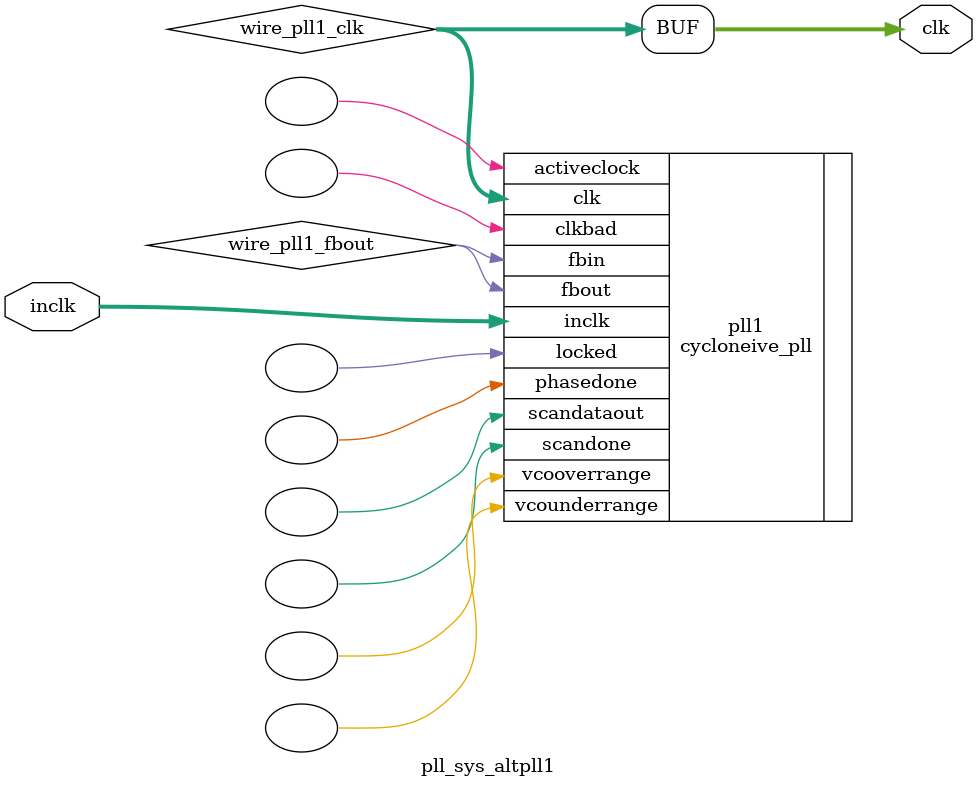
<source format=v>






//synthesis_resources = cycloneive_pll 1 
//synopsys translate_off
`timescale 1 ps / 1 ps
//synopsys translate_on
module  pll_sys_altpll1
	( 
	clk,
	inclk) /* synthesis synthesis_clearbox=1 */;
	output   [4:0]  clk;
	input   [1:0]  inclk;
`ifndef ALTERA_RESERVED_QIS
// synopsys translate_off
`endif
	tri0   [1:0]  inclk;
`ifndef ALTERA_RESERVED_QIS
// synopsys translate_on
`endif

	wire  [4:0]   wire_pll1_clk;
	wire  wire_pll1_fbout;

	cycloneive_pll   pll1
	( 
	.activeclock(),
	.clk(wire_pll1_clk),
	.clkbad(),
	.fbin(wire_pll1_fbout),
	.fbout(wire_pll1_fbout),
	.inclk(inclk),
	.locked(),
	.phasedone(),
	.scandataout(),
	.scandone(),
	.vcooverrange(),
	.vcounderrange()
	`ifndef FORMAL_VERIFICATION
	// synopsys translate_off
	`endif
	,
	.areset(1'b0),
	.clkswitch(1'b0),
	.configupdate(1'b0),
	.pfdena(1'b1),
	.phasecounterselect({3{1'b0}}),
	.phasestep(1'b0),
	.phaseupdown(1'b0),
	.scanclk(1'b0),
	.scanclkena(1'b1),
	.scandata(1'b0)
	`ifndef FORMAL_VERIFICATION
	// synopsys translate_on
	`endif
	);
	defparam
		pll1.bandwidth_type = "auto",
		pll1.clk0_divide_by = 1,
		pll1.clk0_duty_cycle = 50,
		pll1.clk0_multiply_by = 1,
		pll1.clk0_phase_shift = "-3000",
		pll1.compensate_clock = "clk0",
		pll1.inclk0_input_frequency = 20000,
		pll1.operation_mode = "normal",
		pll1.pll_type = "auto",
		pll1.lpm_type = "cycloneive_pll";
	assign
		clk = {wire_pll1_clk[4:0]};
endmodule //pll_sys_altpll1
//VALID FILE

</source>
